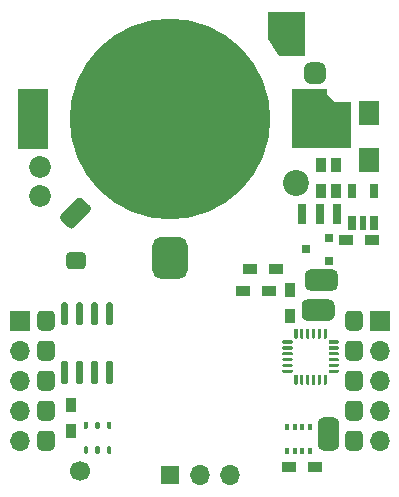
<source format=gts>
%TF.GenerationSoftware,KiCad,Pcbnew,(5.1.12)-1*%
%TF.CreationDate,2023-02-20T19:38:16+01:00*%
%TF.ProjectId,SolarSensorTagEFM32,536f6c61-7253-4656-9e73-6f7254616745,rev?*%
%TF.SameCoordinates,Original*%
%TF.FileFunction,Soldermask,Top*%
%TF.FilePolarity,Negative*%
%FSLAX46Y46*%
G04 Gerber Fmt 4.6, Leading zero omitted, Abs format (unit mm)*
G04 Created by KiCad (PCBNEW (5.1.12)-1) date 2023-02-20 19:38:16*
%MOMM*%
%LPD*%
G01*
G04 APERTURE LIST*
%ADD10R,1.200000X0.900000*%
%ADD11C,2.200000*%
%ADD12C,0.100000*%
%ADD13R,2.600000X5.100000*%
%ADD14C,17.000000*%
%ADD15C,1.850000*%
%ADD16R,1.500000X1.500000*%
%ADD17O,1.700000X1.700000*%
%ADD18C,1.700000*%
%ADD19R,0.800000X1.200000*%
%ADD20R,0.650000X1.200000*%
%ADD21R,0.600000X1.200000*%
%ADD22R,0.800000X1.800000*%
%ADD23R,1.700000X2.000000*%
%ADD24R,0.800000X0.800000*%
%ADD25R,0.350000X0.500000*%
%ADD26R,1.700000X1.700000*%
%ADD27R,0.900000X1.200000*%
G04 APERTURE END LIST*
D10*
%TO.C,D7*%
X12362000Y3048000D03*
X14562000Y3048000D03*
%TD*%
%TO.C,IC_S2*%
G36*
G01*
X-9548500Y-12971000D02*
X-9723500Y-12971000D01*
G75*
G02*
X-9811000Y-12883500I0J87500D01*
G01*
X-9811000Y-12448500D01*
G75*
G02*
X-9723500Y-12361000I87500J0D01*
G01*
X-9548500Y-12361000D01*
G75*
G02*
X-9461000Y-12448500I0J-87500D01*
G01*
X-9461000Y-12883500D01*
G75*
G02*
X-9548500Y-12971000I-87500J0D01*
G01*
G37*
G36*
G01*
X-8548500Y-12971000D02*
X-8723500Y-12971000D01*
G75*
G02*
X-8811000Y-12883500I0J87500D01*
G01*
X-8811000Y-12448500D01*
G75*
G02*
X-8723500Y-12361000I87500J0D01*
G01*
X-8548500Y-12361000D01*
G75*
G02*
X-8461000Y-12448500I0J-87500D01*
G01*
X-8461000Y-12883500D01*
G75*
G02*
X-8548500Y-12971000I-87500J0D01*
G01*
G37*
G36*
G01*
X-7548500Y-12971000D02*
X-7723500Y-12971000D01*
G75*
G02*
X-7811000Y-12883500I0J87500D01*
G01*
X-7811000Y-12448500D01*
G75*
G02*
X-7723500Y-12361000I87500J0D01*
G01*
X-7548500Y-12361000D01*
G75*
G02*
X-7461000Y-12448500I0J-87500D01*
G01*
X-7461000Y-12883500D01*
G75*
G02*
X-7548500Y-12971000I-87500J0D01*
G01*
G37*
G36*
G01*
X-7548500Y-15071000D02*
X-7723500Y-15071000D01*
G75*
G02*
X-7811000Y-14983500I0J87500D01*
G01*
X-7811000Y-14548500D01*
G75*
G02*
X-7723500Y-14461000I87500J0D01*
G01*
X-7548500Y-14461000D01*
G75*
G02*
X-7461000Y-14548500I0J-87500D01*
G01*
X-7461000Y-14983500D01*
G75*
G02*
X-7548500Y-15071000I-87500J0D01*
G01*
G37*
G36*
G01*
X-8548500Y-15071000D02*
X-8723500Y-15071000D01*
G75*
G02*
X-8811000Y-14983500I0J87500D01*
G01*
X-8811000Y-14548500D01*
G75*
G02*
X-8723500Y-14461000I87500J0D01*
G01*
X-8548500Y-14461000D01*
G75*
G02*
X-8461000Y-14548500I0J-87500D01*
G01*
X-8461000Y-14983500D01*
G75*
G02*
X-8548500Y-15071000I-87500J0D01*
G01*
G37*
G36*
G01*
X-9548500Y-15071000D02*
X-9723500Y-15071000D01*
G75*
G02*
X-9811000Y-14983500I0J87500D01*
G01*
X-9811000Y-14548500D01*
G75*
G02*
X-9723500Y-14461000I87500J0D01*
G01*
X-9548500Y-14461000D01*
G75*
G02*
X-9461000Y-14548500I0J-87500D01*
G01*
X-9461000Y-14983500D01*
G75*
G02*
X-9548500Y-15071000I-87500J0D01*
G01*
G37*
%TD*%
D11*
%TO.C,IC6*%
X8144000Y7869000D03*
%TD*%
D12*
%TO.C,BT1*%
G36*
X7800000Y15800000D02*
G01*
X10800000Y15800000D01*
X10800000Y15400000D01*
X11500000Y14700000D01*
X12800000Y14700000D01*
X12800000Y10800000D01*
X7800000Y10800000D01*
X7800000Y15800000D01*
G37*
G36*
X5800000Y20000000D02*
G01*
X5800000Y22300000D01*
X8900000Y22300000D01*
X8900000Y18600000D01*
X6700000Y18600000D01*
X5800000Y20000000D01*
G37*
G36*
G01*
X-9863604Y6502082D02*
X-9297918Y5936396D01*
G75*
G02*
X-9297918Y5370710I-282843J-282843D01*
G01*
X-10570710Y4097918D01*
G75*
G02*
X-11136396Y4097918I-282843J282843D01*
G01*
X-11702082Y4663604D01*
G75*
G02*
X-11702082Y5229290I282843J282843D01*
G01*
X-10429290Y6502082D01*
G75*
G02*
X-9863604Y6502082I282843J-282843D01*
G01*
G37*
G36*
G01*
X-1000000Y2550000D02*
X-1000000Y450000D01*
G75*
G02*
X-1750000Y-300000I-750000J0D01*
G01*
X-3250000Y-300000D01*
G75*
G02*
X-4000000Y450000I0J750000D01*
G01*
X-4000000Y2550000D01*
G75*
G02*
X-3250000Y3300000I750000J0D01*
G01*
X-1750000Y3300000D01*
G75*
G02*
X-1000000Y2550000I0J-750000D01*
G01*
G37*
D13*
X-14100000Y13300000D03*
D14*
X-2500000Y13300000D03*
%TD*%
D15*
%TO.C,TRX1*%
X-13500000Y9200000D03*
X-13500000Y6700000D03*
%TD*%
%TO.C,J4*%
G36*
G01*
X-9985000Y520000D02*
X-10935000Y520000D01*
G75*
G02*
X-11310000Y895000I0J375000D01*
G01*
X-11310000Y1645000D01*
G75*
G02*
X-10935000Y2020000I375000J0D01*
G01*
X-9985000Y2020000D01*
G75*
G02*
X-9610000Y1645000I0J-375000D01*
G01*
X-9610000Y895000D01*
G75*
G02*
X-9985000Y520000I-375000J0D01*
G01*
G37*
%TD*%
%TO.C,IC_S8*%
G36*
G01*
X8223000Y-5333000D02*
X8073000Y-5333000D01*
G75*
G02*
X7998000Y-5258000I0J75000D01*
G01*
X7998000Y-4558000D01*
G75*
G02*
X8073000Y-4483000I75000J0D01*
G01*
X8223000Y-4483000D01*
G75*
G02*
X8298000Y-4558000I0J-75000D01*
G01*
X8298000Y-5258000D01*
G75*
G02*
X8223000Y-5333000I-75000J0D01*
G01*
G37*
G36*
G01*
X8723000Y-5333000D02*
X8573000Y-5333000D01*
G75*
G02*
X8498000Y-5258000I0J75000D01*
G01*
X8498000Y-4558000D01*
G75*
G02*
X8573000Y-4483000I75000J0D01*
G01*
X8723000Y-4483000D01*
G75*
G02*
X8798000Y-4558000I0J-75000D01*
G01*
X8798000Y-5258000D01*
G75*
G02*
X8723000Y-5333000I-75000J0D01*
G01*
G37*
G36*
G01*
X9223000Y-5333000D02*
X9073000Y-5333000D01*
G75*
G02*
X8998000Y-5258000I0J75000D01*
G01*
X8998000Y-4558000D01*
G75*
G02*
X9073000Y-4483000I75000J0D01*
G01*
X9223000Y-4483000D01*
G75*
G02*
X9298000Y-4558000I0J-75000D01*
G01*
X9298000Y-5258000D01*
G75*
G02*
X9223000Y-5333000I-75000J0D01*
G01*
G37*
G36*
G01*
X9723000Y-5333000D02*
X9573000Y-5333000D01*
G75*
G02*
X9498000Y-5258000I0J75000D01*
G01*
X9498000Y-4558000D01*
G75*
G02*
X9573000Y-4483000I75000J0D01*
G01*
X9723000Y-4483000D01*
G75*
G02*
X9798000Y-4558000I0J-75000D01*
G01*
X9798000Y-5258000D01*
G75*
G02*
X9723000Y-5333000I-75000J0D01*
G01*
G37*
G36*
G01*
X10223000Y-5333000D02*
X10073000Y-5333000D01*
G75*
G02*
X9998000Y-5258000I0J75000D01*
G01*
X9998000Y-4558000D01*
G75*
G02*
X10073000Y-4483000I75000J0D01*
G01*
X10223000Y-4483000D01*
G75*
G02*
X10298000Y-4558000I0J-75000D01*
G01*
X10298000Y-5258000D01*
G75*
G02*
X10223000Y-5333000I-75000J0D01*
G01*
G37*
G36*
G01*
X10723000Y-5333000D02*
X10573000Y-5333000D01*
G75*
G02*
X10498000Y-5258000I0J75000D01*
G01*
X10498000Y-4558000D01*
G75*
G02*
X10573000Y-4483000I75000J0D01*
G01*
X10723000Y-4483000D01*
G75*
G02*
X10798000Y-4558000I0J-75000D01*
G01*
X10798000Y-5258000D01*
G75*
G02*
X10723000Y-5333000I-75000J0D01*
G01*
G37*
G36*
G01*
X10923000Y-5683000D02*
X10923000Y-5533000D01*
G75*
G02*
X10998000Y-5458000I75000J0D01*
G01*
X11698000Y-5458000D01*
G75*
G02*
X11773000Y-5533000I0J-75000D01*
G01*
X11773000Y-5683000D01*
G75*
G02*
X11698000Y-5758000I-75000J0D01*
G01*
X10998000Y-5758000D01*
G75*
G02*
X10923000Y-5683000I0J75000D01*
G01*
G37*
G36*
G01*
X10923000Y-6183000D02*
X10923000Y-6033000D01*
G75*
G02*
X10998000Y-5958000I75000J0D01*
G01*
X11698000Y-5958000D01*
G75*
G02*
X11773000Y-6033000I0J-75000D01*
G01*
X11773000Y-6183000D01*
G75*
G02*
X11698000Y-6258000I-75000J0D01*
G01*
X10998000Y-6258000D01*
G75*
G02*
X10923000Y-6183000I0J75000D01*
G01*
G37*
G36*
G01*
X10923000Y-6683000D02*
X10923000Y-6533000D01*
G75*
G02*
X10998000Y-6458000I75000J0D01*
G01*
X11698000Y-6458000D01*
G75*
G02*
X11773000Y-6533000I0J-75000D01*
G01*
X11773000Y-6683000D01*
G75*
G02*
X11698000Y-6758000I-75000J0D01*
G01*
X10998000Y-6758000D01*
G75*
G02*
X10923000Y-6683000I0J75000D01*
G01*
G37*
G36*
G01*
X10923000Y-7183000D02*
X10923000Y-7033000D01*
G75*
G02*
X10998000Y-6958000I75000J0D01*
G01*
X11698000Y-6958000D01*
G75*
G02*
X11773000Y-7033000I0J-75000D01*
G01*
X11773000Y-7183000D01*
G75*
G02*
X11698000Y-7258000I-75000J0D01*
G01*
X10998000Y-7258000D01*
G75*
G02*
X10923000Y-7183000I0J75000D01*
G01*
G37*
G36*
G01*
X10923000Y-7683000D02*
X10923000Y-7533000D01*
G75*
G02*
X10998000Y-7458000I75000J0D01*
G01*
X11698000Y-7458000D01*
G75*
G02*
X11773000Y-7533000I0J-75000D01*
G01*
X11773000Y-7683000D01*
G75*
G02*
X11698000Y-7758000I-75000J0D01*
G01*
X10998000Y-7758000D01*
G75*
G02*
X10923000Y-7683000I0J75000D01*
G01*
G37*
G36*
G01*
X10923000Y-8183000D02*
X10923000Y-8033000D01*
G75*
G02*
X10998000Y-7958000I75000J0D01*
G01*
X11698000Y-7958000D01*
G75*
G02*
X11773000Y-8033000I0J-75000D01*
G01*
X11773000Y-8183000D01*
G75*
G02*
X11698000Y-8258000I-75000J0D01*
G01*
X10998000Y-8258000D01*
G75*
G02*
X10923000Y-8183000I0J75000D01*
G01*
G37*
G36*
G01*
X10723000Y-9233000D02*
X10573000Y-9233000D01*
G75*
G02*
X10498000Y-9158000I0J75000D01*
G01*
X10498000Y-8458000D01*
G75*
G02*
X10573000Y-8383000I75000J0D01*
G01*
X10723000Y-8383000D01*
G75*
G02*
X10798000Y-8458000I0J-75000D01*
G01*
X10798000Y-9158000D01*
G75*
G02*
X10723000Y-9233000I-75000J0D01*
G01*
G37*
G36*
G01*
X10223000Y-9233000D02*
X10073000Y-9233000D01*
G75*
G02*
X9998000Y-9158000I0J75000D01*
G01*
X9998000Y-8458000D01*
G75*
G02*
X10073000Y-8383000I75000J0D01*
G01*
X10223000Y-8383000D01*
G75*
G02*
X10298000Y-8458000I0J-75000D01*
G01*
X10298000Y-9158000D01*
G75*
G02*
X10223000Y-9233000I-75000J0D01*
G01*
G37*
G36*
G01*
X9723000Y-9233000D02*
X9573000Y-9233000D01*
G75*
G02*
X9498000Y-9158000I0J75000D01*
G01*
X9498000Y-8458000D01*
G75*
G02*
X9573000Y-8383000I75000J0D01*
G01*
X9723000Y-8383000D01*
G75*
G02*
X9798000Y-8458000I0J-75000D01*
G01*
X9798000Y-9158000D01*
G75*
G02*
X9723000Y-9233000I-75000J0D01*
G01*
G37*
G36*
G01*
X9223000Y-9233000D02*
X9073000Y-9233000D01*
G75*
G02*
X8998000Y-9158000I0J75000D01*
G01*
X8998000Y-8458000D01*
G75*
G02*
X9073000Y-8383000I75000J0D01*
G01*
X9223000Y-8383000D01*
G75*
G02*
X9298000Y-8458000I0J-75000D01*
G01*
X9298000Y-9158000D01*
G75*
G02*
X9223000Y-9233000I-75000J0D01*
G01*
G37*
G36*
G01*
X8723000Y-9233000D02*
X8573000Y-9233000D01*
G75*
G02*
X8498000Y-9158000I0J75000D01*
G01*
X8498000Y-8458000D01*
G75*
G02*
X8573000Y-8383000I75000J0D01*
G01*
X8723000Y-8383000D01*
G75*
G02*
X8798000Y-8458000I0J-75000D01*
G01*
X8798000Y-9158000D01*
G75*
G02*
X8723000Y-9233000I-75000J0D01*
G01*
G37*
G36*
G01*
X8223000Y-9233000D02*
X8073000Y-9233000D01*
G75*
G02*
X7998000Y-9158000I0J75000D01*
G01*
X7998000Y-8458000D01*
G75*
G02*
X8073000Y-8383000I75000J0D01*
G01*
X8223000Y-8383000D01*
G75*
G02*
X8298000Y-8458000I0J-75000D01*
G01*
X8298000Y-9158000D01*
G75*
G02*
X8223000Y-9233000I-75000J0D01*
G01*
G37*
G36*
G01*
X7023000Y-8183000D02*
X7023000Y-8033000D01*
G75*
G02*
X7098000Y-7958000I75000J0D01*
G01*
X7798000Y-7958000D01*
G75*
G02*
X7873000Y-8033000I0J-75000D01*
G01*
X7873000Y-8183000D01*
G75*
G02*
X7798000Y-8258000I-75000J0D01*
G01*
X7098000Y-8258000D01*
G75*
G02*
X7023000Y-8183000I0J75000D01*
G01*
G37*
G36*
G01*
X7023000Y-7683000D02*
X7023000Y-7533000D01*
G75*
G02*
X7098000Y-7458000I75000J0D01*
G01*
X7798000Y-7458000D01*
G75*
G02*
X7873000Y-7533000I0J-75000D01*
G01*
X7873000Y-7683000D01*
G75*
G02*
X7798000Y-7758000I-75000J0D01*
G01*
X7098000Y-7758000D01*
G75*
G02*
X7023000Y-7683000I0J75000D01*
G01*
G37*
G36*
G01*
X7023000Y-7183000D02*
X7023000Y-7033000D01*
G75*
G02*
X7098000Y-6958000I75000J0D01*
G01*
X7798000Y-6958000D01*
G75*
G02*
X7873000Y-7033000I0J-75000D01*
G01*
X7873000Y-7183000D01*
G75*
G02*
X7798000Y-7258000I-75000J0D01*
G01*
X7098000Y-7258000D01*
G75*
G02*
X7023000Y-7183000I0J75000D01*
G01*
G37*
G36*
G01*
X7023000Y-6683000D02*
X7023000Y-6533000D01*
G75*
G02*
X7098000Y-6458000I75000J0D01*
G01*
X7798000Y-6458000D01*
G75*
G02*
X7873000Y-6533000I0J-75000D01*
G01*
X7873000Y-6683000D01*
G75*
G02*
X7798000Y-6758000I-75000J0D01*
G01*
X7098000Y-6758000D01*
G75*
G02*
X7023000Y-6683000I0J75000D01*
G01*
G37*
G36*
G01*
X7023000Y-6183000D02*
X7023000Y-6033000D01*
G75*
G02*
X7098000Y-5958000I75000J0D01*
G01*
X7798000Y-5958000D01*
G75*
G02*
X7873000Y-6033000I0J-75000D01*
G01*
X7873000Y-6183000D01*
G75*
G02*
X7798000Y-6258000I-75000J0D01*
G01*
X7098000Y-6258000D01*
G75*
G02*
X7023000Y-6183000I0J75000D01*
G01*
G37*
G36*
G01*
X7023000Y-5683000D02*
X7023000Y-5533000D01*
G75*
G02*
X7098000Y-5458000I75000J0D01*
G01*
X7798000Y-5458000D01*
G75*
G02*
X7873000Y-5533000I0J-75000D01*
G01*
X7873000Y-5683000D01*
G75*
G02*
X7798000Y-5758000I-75000J0D01*
G01*
X7098000Y-5758000D01*
G75*
G02*
X7023000Y-5683000I0J75000D01*
G01*
G37*
%TD*%
%TO.C,IC_S1*%
G36*
G01*
X-11280000Y-4215000D02*
X-11580000Y-4215000D01*
G75*
G02*
X-11730000Y-4065000I0J150000D01*
G01*
X-11730000Y-2415000D01*
G75*
G02*
X-11580000Y-2265000I150000J0D01*
G01*
X-11280000Y-2265000D01*
G75*
G02*
X-11130000Y-2415000I0J-150000D01*
G01*
X-11130000Y-4065000D01*
G75*
G02*
X-11280000Y-4215000I-150000J0D01*
G01*
G37*
G36*
G01*
X-10010000Y-4215000D02*
X-10310000Y-4215000D01*
G75*
G02*
X-10460000Y-4065000I0J150000D01*
G01*
X-10460000Y-2415000D01*
G75*
G02*
X-10310000Y-2265000I150000J0D01*
G01*
X-10010000Y-2265000D01*
G75*
G02*
X-9860000Y-2415000I0J-150000D01*
G01*
X-9860000Y-4065000D01*
G75*
G02*
X-10010000Y-4215000I-150000J0D01*
G01*
G37*
G36*
G01*
X-8740000Y-4215000D02*
X-9040000Y-4215000D01*
G75*
G02*
X-9190000Y-4065000I0J150000D01*
G01*
X-9190000Y-2415000D01*
G75*
G02*
X-9040000Y-2265000I150000J0D01*
G01*
X-8740000Y-2265000D01*
G75*
G02*
X-8590000Y-2415000I0J-150000D01*
G01*
X-8590000Y-4065000D01*
G75*
G02*
X-8740000Y-4215000I-150000J0D01*
G01*
G37*
G36*
G01*
X-7470000Y-4215000D02*
X-7770000Y-4215000D01*
G75*
G02*
X-7920000Y-4065000I0J150000D01*
G01*
X-7920000Y-2415000D01*
G75*
G02*
X-7770000Y-2265000I150000J0D01*
G01*
X-7470000Y-2265000D01*
G75*
G02*
X-7320000Y-2415000I0J-150000D01*
G01*
X-7320000Y-4065000D01*
G75*
G02*
X-7470000Y-4215000I-150000J0D01*
G01*
G37*
G36*
G01*
X-7470000Y-9165000D02*
X-7770000Y-9165000D01*
G75*
G02*
X-7920000Y-9015000I0J150000D01*
G01*
X-7920000Y-7365000D01*
G75*
G02*
X-7770000Y-7215000I150000J0D01*
G01*
X-7470000Y-7215000D01*
G75*
G02*
X-7320000Y-7365000I0J-150000D01*
G01*
X-7320000Y-9015000D01*
G75*
G02*
X-7470000Y-9165000I-150000J0D01*
G01*
G37*
G36*
G01*
X-8740000Y-9165000D02*
X-9040000Y-9165000D01*
G75*
G02*
X-9190000Y-9015000I0J150000D01*
G01*
X-9190000Y-7365000D01*
G75*
G02*
X-9040000Y-7215000I150000J0D01*
G01*
X-8740000Y-7215000D01*
G75*
G02*
X-8590000Y-7365000I0J-150000D01*
G01*
X-8590000Y-9015000D01*
G75*
G02*
X-8740000Y-9165000I-150000J0D01*
G01*
G37*
G36*
G01*
X-10010000Y-9165000D02*
X-10310000Y-9165000D01*
G75*
G02*
X-10460000Y-9015000I0J150000D01*
G01*
X-10460000Y-7365000D01*
G75*
G02*
X-10310000Y-7215000I150000J0D01*
G01*
X-10010000Y-7215000D01*
G75*
G02*
X-9860000Y-7365000I0J-150000D01*
G01*
X-9860000Y-9015000D01*
G75*
G02*
X-10010000Y-9165000I-150000J0D01*
G01*
G37*
G36*
G01*
X-11280000Y-9165000D02*
X-11580000Y-9165000D01*
G75*
G02*
X-11730000Y-9015000I0J150000D01*
G01*
X-11730000Y-7365000D01*
G75*
G02*
X-11580000Y-7215000I150000J0D01*
G01*
X-11280000Y-7215000D01*
G75*
G02*
X-11130000Y-7365000I0J-150000D01*
G01*
X-11130000Y-9015000D01*
G75*
G02*
X-11280000Y-9165000I-150000J0D01*
G01*
G37*
%TD*%
D16*
%TO.C,D4*%
X-2540000Y-16891000D03*
D17*
X0Y-16891000D03*
X2540000Y-16891000D03*
%TD*%
D18*
%TO.C,J2*%
X-10160000Y-16510000D03*
%TD*%
%TO.C,SP1*%
G36*
G01*
X8871000Y16695000D02*
X8871000Y17595000D01*
G75*
G02*
X9321000Y18045000I450000J0D01*
G01*
X10221000Y18045000D01*
G75*
G02*
X10671000Y17595000I0J-450000D01*
G01*
X10671000Y16695000D01*
G75*
G02*
X10221000Y16245000I-450000J0D01*
G01*
X9321000Y16245000D01*
G75*
G02*
X8871000Y16695000I0J450000D01*
G01*
G37*
%TD*%
D10*
%TO.C,R3*%
X4297500Y571500D03*
X6497500Y571500D03*
%TD*%
D19*
%TO.C,IC5*%
X12893000Y7192000D03*
X14793000Y7192000D03*
D20*
X14793000Y4492000D03*
D21*
X13843000Y4492000D03*
D20*
X12893000Y4492000D03*
%TD*%
D22*
%TO.C,Y2*%
X10160000Y5207000D03*
X11660000Y5207000D03*
X8660000Y5207000D03*
%TD*%
%TO.C,TA1*%
G36*
G01*
X8912400Y-831000D02*
X8912400Y69000D01*
G75*
G02*
X9362400Y519000I450000J0D01*
G01*
X11262400Y519000D01*
G75*
G02*
X11712400Y69000I0J-450000D01*
G01*
X11712400Y-831000D01*
G75*
G02*
X11262400Y-1281000I-450000J0D01*
G01*
X9362400Y-1281000D01*
G75*
G02*
X8912400Y-831000I0J450000D01*
G01*
G37*
%TD*%
D23*
%TO.C,C4*%
X14351000Y9766800D03*
X14351000Y13766800D03*
%TD*%
D24*
%TO.C,IC1*%
X8985500Y2225000D03*
X10985500Y3175000D03*
X10985500Y1275000D03*
%TD*%
D25*
%TO.C,IC_S4*%
X9357000Y-12818000D03*
X8707000Y-12818000D03*
X8057000Y-12818000D03*
X7407000Y-12818000D03*
X7407000Y-14868000D03*
X8057000Y-14868000D03*
X8707000Y-14868000D03*
X9357000Y-14868000D03*
%TD*%
D26*
%TO.C,J1*%
X-15240000Y-3810000D03*
D17*
X-15240000Y-6350000D03*
X-15240000Y-8890000D03*
X-15240000Y-11430000D03*
X-15240000Y-13970000D03*
%TD*%
D26*
%TO.C,J5*%
X15240000Y-3810000D03*
D17*
X15240000Y-6350000D03*
X15240000Y-8890000D03*
X15240000Y-11430000D03*
X15240000Y-13970000D03*
%TD*%
%TO.C,J3*%
G36*
G01*
X-13750000Y-4285000D02*
X-13750000Y-3335000D01*
G75*
G02*
X-13375000Y-2960000I375000J0D01*
G01*
X-12625000Y-2960000D01*
G75*
G02*
X-12250000Y-3335000I0J-375000D01*
G01*
X-12250000Y-4285000D01*
G75*
G02*
X-12625000Y-4660000I-375000J0D01*
G01*
X-13375000Y-4660000D01*
G75*
G02*
X-13750000Y-4285000I0J375000D01*
G01*
G37*
G36*
G01*
X-13750000Y-6825000D02*
X-13750000Y-5875000D01*
G75*
G02*
X-13375000Y-5500000I375000J0D01*
G01*
X-12625000Y-5500000D01*
G75*
G02*
X-12250000Y-5875000I0J-375000D01*
G01*
X-12250000Y-6825000D01*
G75*
G02*
X-12625000Y-7200000I-375000J0D01*
G01*
X-13375000Y-7200000D01*
G75*
G02*
X-13750000Y-6825000I0J375000D01*
G01*
G37*
G36*
G01*
X-13750000Y-9365000D02*
X-13750000Y-8415000D01*
G75*
G02*
X-13375000Y-8040000I375000J0D01*
G01*
X-12625000Y-8040000D01*
G75*
G02*
X-12250000Y-8415000I0J-375000D01*
G01*
X-12250000Y-9365000D01*
G75*
G02*
X-12625000Y-9740000I-375000J0D01*
G01*
X-13375000Y-9740000D01*
G75*
G02*
X-13750000Y-9365000I0J375000D01*
G01*
G37*
G36*
G01*
X-13750000Y-11905000D02*
X-13750000Y-10955000D01*
G75*
G02*
X-13375000Y-10580000I375000J0D01*
G01*
X-12625000Y-10580000D01*
G75*
G02*
X-12250000Y-10955000I0J-375000D01*
G01*
X-12250000Y-11905000D01*
G75*
G02*
X-12625000Y-12280000I-375000J0D01*
G01*
X-13375000Y-12280000D01*
G75*
G02*
X-13750000Y-11905000I0J375000D01*
G01*
G37*
G36*
G01*
X-13750000Y-14445000D02*
X-13750000Y-13495000D01*
G75*
G02*
X-13375000Y-13120000I375000J0D01*
G01*
X-12625000Y-13120000D01*
G75*
G02*
X-12250000Y-13495000I0J-375000D01*
G01*
X-12250000Y-14445000D01*
G75*
G02*
X-12625000Y-14820000I-375000J0D01*
G01*
X-13375000Y-14820000D01*
G75*
G02*
X-13750000Y-14445000I0J375000D01*
G01*
G37*
%TD*%
%TO.C,J6*%
G36*
G01*
X12331000Y-4285000D02*
X12331000Y-3335000D01*
G75*
G02*
X12706000Y-2960000I375000J0D01*
G01*
X13456000Y-2960000D01*
G75*
G02*
X13831000Y-3335000I0J-375000D01*
G01*
X13831000Y-4285000D01*
G75*
G02*
X13456000Y-4660000I-375000J0D01*
G01*
X12706000Y-4660000D01*
G75*
G02*
X12331000Y-4285000I0J375000D01*
G01*
G37*
G36*
G01*
X12331000Y-6825000D02*
X12331000Y-5875000D01*
G75*
G02*
X12706000Y-5500000I375000J0D01*
G01*
X13456000Y-5500000D01*
G75*
G02*
X13831000Y-5875000I0J-375000D01*
G01*
X13831000Y-6825000D01*
G75*
G02*
X13456000Y-7200000I-375000J0D01*
G01*
X12706000Y-7200000D01*
G75*
G02*
X12331000Y-6825000I0J375000D01*
G01*
G37*
G36*
G01*
X12331000Y-9365000D02*
X12331000Y-8415000D01*
G75*
G02*
X12706000Y-8040000I375000J0D01*
G01*
X13456000Y-8040000D01*
G75*
G02*
X13831000Y-8415000I0J-375000D01*
G01*
X13831000Y-9365000D01*
G75*
G02*
X13456000Y-9740000I-375000J0D01*
G01*
X12706000Y-9740000D01*
G75*
G02*
X12331000Y-9365000I0J375000D01*
G01*
G37*
G36*
G01*
X12331000Y-11905000D02*
X12331000Y-10955000D01*
G75*
G02*
X12706000Y-10580000I375000J0D01*
G01*
X13456000Y-10580000D01*
G75*
G02*
X13831000Y-10955000I0J-375000D01*
G01*
X13831000Y-11905000D01*
G75*
G02*
X13456000Y-12280000I-375000J0D01*
G01*
X12706000Y-12280000D01*
G75*
G02*
X12331000Y-11905000I0J375000D01*
G01*
G37*
G36*
G01*
X12331000Y-14445000D02*
X12331000Y-13495000D01*
G75*
G02*
X12706000Y-13120000I375000J0D01*
G01*
X13456000Y-13120000D01*
G75*
G02*
X13831000Y-13495000I0J-375000D01*
G01*
X13831000Y-14445000D01*
G75*
G02*
X13456000Y-14820000I-375000J0D01*
G01*
X12706000Y-14820000D01*
G75*
G02*
X12331000Y-14445000I0J375000D01*
G01*
G37*
%TD*%
D27*
%TO.C,C8*%
X10261600Y9362800D03*
X10261600Y7162800D03*
%TD*%
D10*
%TO.C,R_IN1*%
X5875200Y-1270000D03*
X3675200Y-1270000D03*
%TD*%
D27*
%TO.C,C9*%
X11582400Y9380400D03*
X11582400Y7180400D03*
%TD*%
%TO.C,R1*%
X7620000Y-3386000D03*
X7620000Y-1186000D03*
%TD*%
D10*
%TO.C,C_S6_1*%
X9804400Y-16205200D03*
X7604400Y-16205200D03*
%TD*%
D27*
%TO.C,C_S2*%
X-10922000Y-10965000D03*
X-10922000Y-13165000D03*
%TD*%
%TO.C,IN1*%
G36*
G01*
X10472000Y-12011200D02*
X11372000Y-12011200D01*
G75*
G02*
X11822000Y-12461200I0J-450000D01*
G01*
X11822000Y-14361200D01*
G75*
G02*
X11372000Y-14811200I-450000J0D01*
G01*
X10472000Y-14811200D01*
G75*
G02*
X10022000Y-14361200I0J450000D01*
G01*
X10022000Y-12461200D01*
G75*
G02*
X10472000Y-12011200I450000J0D01*
G01*
G37*
%TD*%
%TO.C,SP2*%
G36*
G01*
X8633000Y-3371000D02*
X8633000Y-2471000D01*
G75*
G02*
X9083000Y-2021000I450000J0D01*
G01*
X10983000Y-2021000D01*
G75*
G02*
X11433000Y-2471000I0J-450000D01*
G01*
X11433000Y-3371000D01*
G75*
G02*
X10983000Y-3821000I-450000J0D01*
G01*
X9083000Y-3821000D01*
G75*
G02*
X8633000Y-3371000I0J450000D01*
G01*
G37*
%TD*%
M02*

</source>
